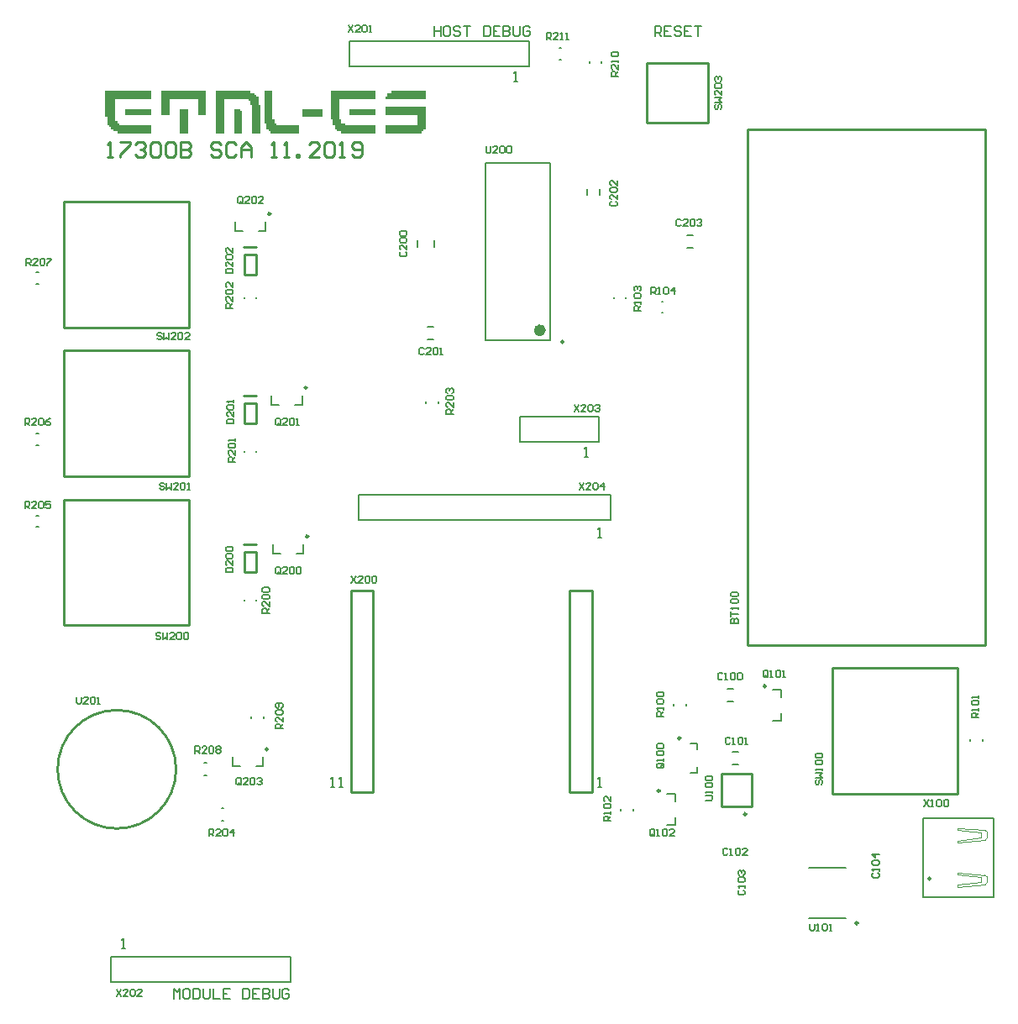
<source format=gbr>
%TF.GenerationSoftware,Altium Limited,Altium Designer,19.1.6 (110)*%
G04 Layer_Color=65535*
%FSLAX43Y43*%
%MOMM*%
%TF.FileFunction,Legend,Top*%
%TF.Part,Single*%
G01*
G75*
%TA.AperFunction,NonConductor*%
%ADD57C,0.250*%
%ADD58C,0.600*%
%ADD59C,0.254*%
%ADD60C,0.102*%
%ADD61C,0.200*%
%ADD62C,0.127*%
G36*
X20531Y92304D02*
Y92100D01*
Y91897D01*
Y91694D01*
Y91491D01*
Y91288D01*
Y91084D01*
Y90881D01*
Y90678D01*
Y90475D01*
Y90272D01*
Y90068D01*
X19719D01*
Y90272D01*
Y90475D01*
Y90678D01*
Y90881D01*
Y91084D01*
Y91288D01*
Y91491D01*
Y91694D01*
X16874D01*
Y91491D01*
Y91288D01*
Y91084D01*
Y90881D01*
Y90678D01*
Y90475D01*
Y90272D01*
Y90068D01*
X16061D01*
Y90272D01*
Y90475D01*
Y90678D01*
Y90881D01*
Y91084D01*
Y91288D01*
Y91491D01*
Y91694D01*
Y91897D01*
Y92100D01*
Y92304D01*
Y92507D01*
X20531D01*
Y92304D01*
D02*
G37*
G36*
X15045Y90475D02*
Y90272D01*
Y90068D01*
X12403D01*
Y90272D01*
Y90475D01*
Y90678D01*
X15045D01*
Y90475D01*
D02*
G37*
G36*
X25002Y92304D02*
X25408D01*
Y92100D01*
X25611D01*
Y91897D01*
X25815D01*
Y91694D01*
Y91491D01*
Y91288D01*
Y91084D01*
X26018D01*
Y90881D01*
Y90678D01*
Y90475D01*
Y90272D01*
Y90068D01*
Y89865D01*
Y89662D01*
Y89459D01*
Y89256D01*
Y89052D01*
Y88849D01*
Y88646D01*
Y88443D01*
Y88240D01*
X25205D01*
Y88443D01*
Y88646D01*
Y88849D01*
Y89052D01*
Y89256D01*
Y89459D01*
Y89662D01*
Y89865D01*
Y90068D01*
Y90272D01*
Y90475D01*
Y90678D01*
Y90881D01*
Y91084D01*
X25002D01*
Y91288D01*
Y91491D01*
X24799D01*
Y91694D01*
X22360D01*
Y91491D01*
Y91288D01*
Y91084D01*
Y90881D01*
Y90678D01*
Y90475D01*
Y90272D01*
Y90068D01*
Y89865D01*
Y89662D01*
Y89459D01*
Y89256D01*
Y89052D01*
Y88849D01*
Y88646D01*
Y88443D01*
Y88240D01*
X21547D01*
Y88443D01*
Y88646D01*
Y88849D01*
Y89052D01*
Y89256D01*
Y89459D01*
Y89662D01*
Y89865D01*
Y90068D01*
Y90272D01*
Y90475D01*
Y90678D01*
Y90881D01*
Y91084D01*
Y91288D01*
Y91491D01*
Y91694D01*
Y91897D01*
Y92100D01*
Y92304D01*
Y92507D01*
X25002D01*
Y92304D01*
D02*
G37*
G36*
X23986Y90475D02*
X24189D01*
Y90272D01*
Y90068D01*
Y89865D01*
Y89662D01*
Y89459D01*
Y89256D01*
Y89052D01*
Y88849D01*
Y88646D01*
Y88443D01*
Y88240D01*
X23376D01*
Y88443D01*
Y88646D01*
Y88849D01*
Y89052D01*
Y89256D01*
Y89459D01*
Y89662D01*
Y89865D01*
Y90068D01*
Y90272D01*
Y90475D01*
Y90678D01*
X23986D01*
Y90475D01*
D02*
G37*
G36*
X18703D02*
Y90272D01*
Y90068D01*
Y89865D01*
Y89662D01*
Y89459D01*
Y89256D01*
Y89052D01*
Y88849D01*
Y88646D01*
Y88443D01*
Y88240D01*
X17890D01*
Y88443D01*
Y88646D01*
Y88849D01*
Y89052D01*
Y89256D01*
Y89459D01*
Y89662D01*
Y89865D01*
Y90068D01*
Y90272D01*
Y90475D01*
Y90678D01*
X18703D01*
Y90475D01*
D02*
G37*
G36*
X15045Y92304D02*
Y92100D01*
Y91897D01*
Y91694D01*
X11387D01*
Y91491D01*
Y91288D01*
Y91084D01*
Y90881D01*
Y90678D01*
Y90475D01*
Y90272D01*
Y90068D01*
Y89865D01*
Y89662D01*
Y89459D01*
X11591D01*
Y89256D01*
X11794D01*
Y89052D01*
X15045D01*
Y88849D01*
Y88646D01*
Y88443D01*
Y88240D01*
X11591D01*
Y88443D01*
X11184D01*
Y88646D01*
X10981D01*
Y88849D01*
X10778D01*
Y89052D01*
X10575D01*
Y89256D01*
Y89459D01*
Y89662D01*
Y89865D01*
X10371D01*
Y90068D01*
Y90272D01*
Y90475D01*
Y90678D01*
Y90881D01*
Y91084D01*
Y91288D01*
Y91491D01*
Y91694D01*
Y91897D01*
Y92100D01*
Y92304D01*
Y92507D01*
X15045D01*
Y92304D01*
D02*
G37*
G36*
X42680D02*
Y92100D01*
Y91897D01*
Y91694D01*
X38616D01*
Y91897D01*
X38819D01*
Y92100D01*
Y92304D01*
X39226D01*
Y92507D01*
X42680D01*
Y92304D01*
D02*
G37*
G36*
X37600Y90475D02*
Y90272D01*
Y90068D01*
X34959D01*
Y90272D01*
Y90475D01*
Y90678D01*
X37600D01*
Y90475D01*
D02*
G37*
G36*
X32317D02*
Y90272D01*
Y90068D01*
Y89865D01*
X30285D01*
Y90068D01*
Y90272D01*
Y90475D01*
Y90678D01*
X32317D01*
Y90475D01*
D02*
G37*
G36*
X42680Y90678D02*
Y90475D01*
Y90272D01*
Y90068D01*
Y89865D01*
Y89662D01*
Y89459D01*
Y89256D01*
Y89052D01*
Y88849D01*
Y88646D01*
X42477D01*
Y88443D01*
X42274D01*
Y88240D01*
X38616D01*
Y88443D01*
Y88646D01*
Y88849D01*
Y89052D01*
X41867D01*
Y89256D01*
Y89459D01*
Y89662D01*
Y89865D01*
Y90068D01*
X38616D01*
Y90272D01*
Y90475D01*
Y90678D01*
Y90881D01*
X42680D01*
Y90678D01*
D02*
G37*
G36*
X37600Y92304D02*
Y92100D01*
Y91897D01*
Y91694D01*
X33943D01*
Y91491D01*
Y91288D01*
Y91084D01*
Y90881D01*
Y90678D01*
Y90475D01*
Y90272D01*
Y90068D01*
Y89865D01*
Y89662D01*
X34146D01*
Y89459D01*
Y89256D01*
X34552D01*
Y89052D01*
X37600D01*
Y88849D01*
Y88646D01*
Y88443D01*
Y88240D01*
X34146D01*
Y88443D01*
X33739D01*
Y88646D01*
X33536D01*
Y88849D01*
Y89052D01*
X33333D01*
Y89256D01*
Y89459D01*
Y89662D01*
X33130D01*
Y89865D01*
Y90068D01*
Y90272D01*
Y90475D01*
Y90678D01*
Y90881D01*
Y91084D01*
Y91288D01*
Y91491D01*
Y91694D01*
Y91897D01*
Y92100D01*
Y92304D01*
Y92507D01*
X37600D01*
Y92304D01*
D02*
G37*
G36*
X27237D02*
Y92100D01*
Y91897D01*
Y91694D01*
Y91491D01*
Y91288D01*
Y91084D01*
Y90881D01*
Y90678D01*
Y90475D01*
Y90272D01*
Y90068D01*
Y89865D01*
Y89662D01*
X27440D01*
Y89459D01*
Y89256D01*
X27643D01*
Y89052D01*
X29879D01*
Y88849D01*
Y88646D01*
Y88443D01*
Y88240D01*
X27034D01*
Y88443D01*
X26831D01*
Y88646D01*
X26627D01*
Y88849D01*
Y89052D01*
Y89256D01*
X26424D01*
Y89459D01*
Y89662D01*
Y89865D01*
Y90068D01*
Y90272D01*
Y90475D01*
Y90678D01*
Y90881D01*
Y91084D01*
Y91288D01*
Y91491D01*
Y91694D01*
Y91897D01*
Y92100D01*
Y92304D01*
Y92507D01*
X27237D01*
Y92304D01*
D02*
G37*
D57*
X56593Y67222D02*
G03*
X56593Y67222I-125J0D01*
G01*
X76976Y32507D02*
G03*
X76976Y32507I-125J0D01*
G01*
X68367Y27273D02*
G03*
X68367Y27273I-125J0D01*
G01*
X86260Y8634D02*
G03*
X86260Y8634I-125J0D01*
G01*
X26790Y26146D02*
G03*
X26790Y26146I-125J0D01*
G01*
X27044Y80121D02*
G03*
X27044Y80121I-125J0D01*
G01*
X30727Y62595D02*
G03*
X30727Y62595I-125J0D01*
G01*
X30854Y47609D02*
G03*
X30854Y47609I-125J0D01*
G01*
X66308Y21966D02*
G03*
X66308Y21966I-125J0D01*
G01*
D58*
X54493Y68377D02*
G03*
X54493Y68377I-300J0D01*
G01*
D59*
X17526Y24130D02*
G03*
X17526Y24130I-5969J0D01*
G01*
X75023Y19619D02*
G03*
X75023Y19619I-127J0D01*
G01*
X93596Y13120D02*
G03*
X93596Y13120I-120J0D01*
G01*
X57150Y42160D02*
X59436D01*
Y21840D02*
Y42160D01*
X58166Y21840D02*
X59436D01*
X57150D02*
Y42160D01*
Y21840D02*
X58166D01*
X35179Y42160D02*
X37338D01*
Y21840D02*
Y42160D01*
X35179Y21840D02*
X37338D01*
X35179D02*
Y42160D01*
X64972Y89329D02*
Y95329D01*
X71172D01*
Y89329D02*
Y95329D01*
X64972Y89329D02*
X71172D01*
X75531Y20381D02*
Y23683D01*
X72483D02*
X75531D01*
X72483Y20381D02*
X75531D01*
X72483D02*
Y23683D01*
X99122Y36611D02*
Y88611D01*
X75122D02*
X99122D01*
X75122Y36611D02*
X99122D01*
X75122D02*
Y88611D01*
X18825Y68675D02*
Y81325D01*
X6175D02*
X18825D01*
X6175Y68675D02*
Y81325D01*
Y68675D02*
X18825D01*
X25625Y44000D02*
Y46000D01*
X24365Y46778D02*
X25635D01*
X24375Y46000D02*
X25625D01*
X24375Y44000D02*
X25625D01*
X24375D02*
Y46000D01*
X6175Y53675D02*
X18825D01*
X6175D02*
Y66325D01*
X18825D01*
Y53675D02*
Y66325D01*
X6175Y38675D02*
X18825D01*
X6175D02*
Y51325D01*
X18825D01*
Y38675D02*
Y51325D01*
X83675Y21675D02*
Y34325D01*
X96325D01*
Y21675D02*
Y34325D01*
X83675Y21675D02*
X96325D01*
X24375Y74000D02*
Y76000D01*
Y74000D02*
X25625D01*
X24375Y76000D02*
X25625D01*
X24365Y76778D02*
X25635D01*
X25625Y74000D02*
Y76000D01*
X24375Y59000D02*
Y61000D01*
Y59000D02*
X25625D01*
X24375Y61000D02*
X25625D01*
X24365Y61778D02*
X25635D01*
X25625Y59000D02*
Y61000D01*
X10625Y85803D02*
X11133D01*
X10879D01*
Y87327D01*
X10625Y87073D01*
X11895Y87327D02*
X12911D01*
Y87073D01*
X11895Y86057D01*
Y85803D01*
X13419Y87073D02*
X13672Y87327D01*
X14180D01*
X14434Y87073D01*
Y86819D01*
X14180Y86565D01*
X13926D01*
X14180D01*
X14434Y86311D01*
Y86057D01*
X14180Y85803D01*
X13672D01*
X13419Y86057D01*
X14942Y87073D02*
X15196Y87327D01*
X15704D01*
X15958Y87073D01*
Y86057D01*
X15704Y85803D01*
X15196D01*
X14942Y86057D01*
Y87073D01*
X16466D02*
X16719Y87327D01*
X17227D01*
X17481Y87073D01*
Y86057D01*
X17227Y85803D01*
X16719D01*
X16466Y86057D01*
Y87073D01*
X17989Y87327D02*
Y85803D01*
X18751D01*
X19005Y86057D01*
Y86311D01*
X18751Y86565D01*
X17989D01*
X18751D01*
X19005Y86819D01*
Y87073D01*
X18751Y87327D01*
X17989D01*
X22052Y87073D02*
X21798Y87327D01*
X21290D01*
X21036Y87073D01*
Y86819D01*
X21290Y86565D01*
X21798D01*
X22052Y86311D01*
Y86057D01*
X21798Y85803D01*
X21290D01*
X21036Y86057D01*
X23575Y87073D02*
X23321Y87327D01*
X22814D01*
X22560Y87073D01*
Y86057D01*
X22814Y85803D01*
X23321D01*
X23575Y86057D01*
X24083Y85803D02*
Y86819D01*
X24591Y87327D01*
X25099Y86819D01*
Y85803D01*
Y86565D01*
X24083D01*
X27130Y85803D02*
X27638D01*
X27384D01*
Y87327D01*
X27130Y87073D01*
X28400Y85803D02*
X28908D01*
X28654D01*
Y87327D01*
X28400Y87073D01*
X29669Y85803D02*
Y86057D01*
X29923D01*
Y85803D01*
X29669D01*
X31955D02*
X30939D01*
X31955Y86819D01*
Y87073D01*
X31701Y87327D01*
X31193D01*
X30939Y87073D01*
X32462D02*
X32716Y87327D01*
X33224D01*
X33478Y87073D01*
Y86057D01*
X33224Y85803D01*
X32716D01*
X32462Y86057D01*
Y87073D01*
X33986Y85803D02*
X34494D01*
X34240D01*
Y87327D01*
X33986Y87073D01*
X35255Y86057D02*
X35509Y85803D01*
X36017D01*
X36271Y86057D01*
Y87073D01*
X36017Y87327D01*
X35509D01*
X35255Y87073D01*
Y86819D01*
X35509Y86565D01*
X36271D01*
D60*
X99314Y17784D02*
G03*
X99054Y17991I-282J-86D01*
G01*
X99314Y17213D02*
G03*
X99314Y17784I-931J286D01*
G01*
X99054Y17005D02*
G03*
X99314Y17213I-22J294D01*
G01*
X99314Y12696D02*
G03*
X99314Y13267I-931J286D01*
G01*
X99314Y13267D02*
G03*
X99054Y13475I-282J-86D01*
G01*
Y12489D02*
G03*
X99314Y12696I-22J294D01*
G01*
X98691Y17213D02*
Y17732D01*
X96303Y13735D02*
X99054Y13475D01*
X96303Y17991D02*
X98691Y17732D01*
X96303Y16953D02*
X98691Y17213D01*
X96303Y13527D02*
Y13735D01*
Y16745D02*
Y16953D01*
Y12281D02*
X99054Y12489D01*
X98691Y12748D02*
Y13267D01*
X96303Y13527D02*
X98691Y13267D01*
X96303Y12489D02*
X98691Y12748D01*
X96303Y18199D02*
X99054Y17991D01*
X96303D02*
Y18199D01*
Y16745D02*
X99054Y17005D01*
X96303Y12281D02*
Y12489D01*
D61*
X10960Y5270D02*
X29040D01*
Y2730D02*
Y5270D01*
X10960Y2730D02*
X29040D01*
X10960D02*
Y5270D01*
X35941Y49276D02*
X61341D01*
X35941D02*
Y51816D01*
X61341D01*
Y49276D02*
Y51816D01*
X60174Y57134D02*
Y59674D01*
X52174D02*
X60174D01*
X52174Y57134D02*
X60174D01*
X52174D02*
Y59674D01*
X43980Y61000D02*
Y61200D01*
X42730Y61000D02*
Y61200D01*
X55193Y67377D02*
Y85277D01*
X48693Y67377D02*
Y85277D01*
X55193D01*
X48693Y67377D02*
X55193D01*
X3456Y49724D02*
X3656D01*
X3456Y48574D02*
X3656D01*
X66498Y71289D02*
X66598D01*
X66498Y70189D02*
X66598D01*
X62830Y71578D02*
Y71678D01*
X61630Y71578D02*
Y71678D01*
X78551Y31407D02*
Y32157D01*
X77651D02*
X78551D01*
Y29057D02*
Y29807D01*
X77651Y29057D02*
X78551D01*
X70042Y26173D02*
Y26733D01*
X69336D02*
X70042D01*
Y23813D02*
Y24373D01*
X69336Y23813D02*
X70042D01*
X43522Y76739D02*
Y77439D01*
X41822Y76739D02*
Y77439D01*
X73106Y32248D02*
X73706D01*
X73106Y30998D02*
X73706D01*
X35029Y94996D02*
X53109D01*
X35029D02*
Y97536D01*
X53109D01*
Y94996D02*
Y97536D01*
X81335Y14234D02*
X85035D01*
X81335Y9134D02*
X85035D01*
X23215Y24446D02*
Y25346D01*
Y24446D02*
X23965D01*
X26315D02*
Y25346D01*
X25565Y24446D02*
X26315D01*
X23469Y78421D02*
Y79321D01*
Y78421D02*
X24219D01*
X26569D02*
Y79321D01*
X25819Y78421D02*
X26569D01*
X27152Y60895D02*
Y61795D01*
Y60895D02*
X27902D01*
X30252D02*
Y61795D01*
X29502Y60895D02*
X30252D01*
X27279Y45909D02*
Y46809D01*
Y45909D02*
X28029D01*
X30379D02*
Y46809D01*
X29629Y45909D02*
X30379D01*
X66983Y18516D02*
X67883D01*
Y19266D01*
X66983Y21616D02*
X67883D01*
Y20866D02*
Y21616D01*
X56161Y95691D02*
X56361D01*
X56161Y96841D02*
X56361D01*
X59242Y95277D02*
Y95477D01*
X60392Y95277D02*
Y95477D01*
X3456Y73085D02*
X3656D01*
X3456Y74235D02*
X3656D01*
X3456Y56829D02*
X3656D01*
X3456Y57979D02*
X3656D01*
X26340Y29278D02*
Y29478D01*
X25090Y29278D02*
Y29478D01*
X22125Y18933D02*
X22325D01*
X22125Y20183D02*
X22325D01*
X62367Y19966D02*
Y20166D01*
X63617Y19966D02*
Y20166D01*
X97546Y26951D02*
Y27151D01*
X98796Y26951D02*
Y27151D01*
X67701Y30507D02*
Y30707D01*
X68951Y30507D02*
Y30707D01*
X20375Y23521D02*
X20575D01*
X20375Y24771D02*
X20575D01*
X69042Y76718D02*
X69642D01*
X69042Y77968D02*
X69642D01*
X58938Y81996D02*
Y82596D01*
X60188Y81996D02*
Y82596D01*
X42880Y68697D02*
X43480D01*
X42880Y67447D02*
X43480D01*
X73614Y24648D02*
X74214D01*
X73614Y25898D02*
X74214D01*
X25619Y71578D02*
Y71678D01*
X24419Y71578D02*
Y71678D01*
X24419Y56084D02*
Y56184D01*
X25619Y56084D02*
Y56184D01*
X24419Y41156D02*
Y41256D01*
X25619Y41156D02*
Y41256D01*
X17272Y1016D02*
Y2016D01*
X17605Y1682D01*
X17938Y2016D01*
Y1016D01*
X18772Y2016D02*
X18438D01*
X18272Y1849D01*
Y1183D01*
X18438Y1016D01*
X18772D01*
X18938Y1183D01*
Y1849D01*
X18772Y2016D01*
X19271D02*
Y1016D01*
X19771D01*
X19938Y1183D01*
Y1849D01*
X19771Y2016D01*
X19271D01*
X20271D02*
Y1183D01*
X20438Y1016D01*
X20771D01*
X20937Y1183D01*
Y2016D01*
X21271D02*
Y1016D01*
X21937D01*
X22937Y2016D02*
X22270D01*
Y1016D01*
X22937D01*
X22270Y1516D02*
X22604D01*
X24270Y2016D02*
Y1016D01*
X24770D01*
X24936Y1183D01*
Y1849D01*
X24770Y2016D01*
X24270D01*
X25936D02*
X25269D01*
Y1016D01*
X25936D01*
X25269Y1516D02*
X25603D01*
X26269Y2016D02*
Y1016D01*
X26769D01*
X26936Y1183D01*
Y1349D01*
X26769Y1516D01*
X26269D01*
X26769D01*
X26936Y1682D01*
Y1849D01*
X26769Y2016D01*
X26269D01*
X27269D02*
Y1183D01*
X27435Y1016D01*
X27769D01*
X27935Y1183D01*
Y2016D01*
X28935Y1849D02*
X28768Y2016D01*
X28435D01*
X28268Y1849D01*
Y1183D01*
X28435Y1016D01*
X28768D01*
X28935Y1183D01*
Y1516D01*
X28602D01*
X12025Y6096D02*
X12358D01*
X12192D01*
Y7096D01*
X12025Y6929D01*
X60071Y47498D02*
X60404D01*
X60238D01*
Y48498D01*
X60071Y48331D01*
X51562Y93472D02*
X51895D01*
X51729D01*
Y94472D01*
X51562Y94305D01*
X33147Y22352D02*
X33480D01*
X33314D01*
Y23352D01*
X33147Y23185D01*
X33980Y22352D02*
X34313D01*
X34147D01*
Y23352D01*
X33980Y23185D01*
X60071Y22352D02*
X60404D01*
X60238D01*
Y23352D01*
X60071Y23185D01*
X58674Y55626D02*
X59007D01*
X58841D01*
Y56626D01*
X58674Y56459D01*
X43522Y99044D02*
Y98044D01*
Y98544D01*
X44188D01*
Y99044D01*
Y98044D01*
X45022Y99044D02*
X44688D01*
X44522Y98877D01*
Y98211D01*
X44688Y98044D01*
X45022D01*
X45188Y98211D01*
Y98877D01*
X45022Y99044D01*
X46188Y98877D02*
X46021Y99044D01*
X45688D01*
X45521Y98877D01*
Y98710D01*
X45688Y98544D01*
X46021D01*
X46188Y98377D01*
Y98211D01*
X46021Y98044D01*
X45688D01*
X45521Y98211D01*
X46521Y99044D02*
X47187D01*
X46854D01*
Y98044D01*
X48520Y99044D02*
Y98044D01*
X49020D01*
X49187Y98211D01*
Y98877D01*
X49020Y99044D01*
X48520D01*
X50187D02*
X49520D01*
Y98044D01*
X50187D01*
X49520Y98544D02*
X49853D01*
X50520Y99044D02*
Y98044D01*
X51020D01*
X51186Y98211D01*
Y98377D01*
X51020Y98544D01*
X50520D01*
X51020D01*
X51186Y98710D01*
Y98877D01*
X51020Y99044D01*
X50520D01*
X51519D02*
Y98211D01*
X51686Y98044D01*
X52019D01*
X52186Y98211D01*
Y99044D01*
X53186Y98877D02*
X53019Y99044D01*
X52686D01*
X52519Y98877D01*
Y98211D01*
X52686Y98044D01*
X53019D01*
X53186Y98211D01*
Y98544D01*
X52852D01*
X65786Y98044D02*
Y99044D01*
X66286D01*
X66452Y98877D01*
Y98544D01*
X66286Y98377D01*
X65786D01*
X66119D02*
X66452Y98044D01*
X67452Y99044D02*
X66786D01*
Y98044D01*
X67452D01*
X66786Y98544D02*
X67119D01*
X68452Y98877D02*
X68285Y99044D01*
X67952D01*
X67785Y98877D01*
Y98710D01*
X67952Y98544D01*
X68285D01*
X68452Y98377D01*
Y98211D01*
X68285Y98044D01*
X67952D01*
X67785Y98211D01*
X69451Y99044D02*
X68785D01*
Y98044D01*
X69451D01*
X68785Y98544D02*
X69118D01*
X69785Y99044D02*
X70451D01*
X70118D01*
Y98044D01*
D62*
X99926Y11240D02*
Y19240D01*
X92826D02*
X99926D01*
X92826Y11240D02*
X99926D01*
X92826D02*
Y19240D01*
X11517Y1970D02*
X11984Y1270D01*
Y1970D02*
X11517Y1270D01*
X12683D02*
X12217D01*
X12683Y1737D01*
Y1853D01*
X12567Y1970D01*
X12333D01*
X12217Y1853D01*
X12917D02*
X13033Y1970D01*
X13266D01*
X13383Y1853D01*
Y1387D01*
X13266Y1270D01*
X13033D01*
X12917Y1387D01*
Y1853D01*
X14083Y1270D02*
X13616D01*
X14083Y1737D01*
Y1853D01*
X13966Y1970D01*
X13733D01*
X13616Y1853D01*
X58166Y53024D02*
X58633Y52324D01*
Y53024D02*
X58166Y52324D01*
X59332D02*
X58866D01*
X59332Y52791D01*
Y52907D01*
X59216Y53024D01*
X58982D01*
X58866Y52907D01*
X59566D02*
X59682Y53024D01*
X59915D01*
X60032Y52907D01*
Y52441D01*
X59915Y52324D01*
X59682D01*
X59566Y52441D01*
Y52907D01*
X60615Y52324D02*
Y53024D01*
X60265Y52674D01*
X60732D01*
X57658Y60898D02*
X58125Y60198D01*
Y60898D02*
X57658Y60198D01*
X58824D02*
X58358D01*
X58824Y60665D01*
Y60781D01*
X58708Y60898D01*
X58474D01*
X58358Y60781D01*
X59058D02*
X59174Y60898D01*
X59407D01*
X59524Y60781D01*
Y60315D01*
X59407Y60198D01*
X59174D01*
X59058Y60315D01*
Y60781D01*
X59757D02*
X59874Y60898D01*
X60107D01*
X60224Y60781D01*
Y60665D01*
X60107Y60548D01*
X59991D01*
X60107D01*
X60224Y60431D01*
Y60315D01*
X60107Y60198D01*
X59874D01*
X59757Y60315D01*
X45466Y59944D02*
X44766D01*
Y60294D01*
X44883Y60411D01*
X45116D01*
X45233Y60294D01*
Y59944D01*
Y60177D02*
X45466Y60411D01*
Y61110D02*
Y60644D01*
X44999Y61110D01*
X44883D01*
X44766Y60994D01*
Y60760D01*
X44883Y60644D01*
Y61344D02*
X44766Y61460D01*
Y61693D01*
X44883Y61810D01*
X45349D01*
X45466Y61693D01*
Y61460D01*
X45349Y61344D01*
X44883D01*
Y62043D02*
X44766Y62160D01*
Y62393D01*
X44883Y62510D01*
X44999D01*
X45116Y62393D01*
Y62277D01*
Y62393D01*
X45233Y62510D01*
X45349D01*
X45466Y62393D01*
Y62160D01*
X45349Y62043D01*
X35179Y43626D02*
X35646Y42926D01*
Y43626D02*
X35179Y42926D01*
X36345D02*
X35879D01*
X36345Y43393D01*
Y43509D01*
X36229Y43626D01*
X35995D01*
X35879Y43509D01*
X36579D02*
X36695Y43626D01*
X36928D01*
X37045Y43509D01*
Y43043D01*
X36928Y42926D01*
X36695D01*
X36579Y43043D01*
Y43509D01*
X37278D02*
X37395Y43626D01*
X37628D01*
X37745Y43509D01*
Y43043D01*
X37628Y42926D01*
X37395D01*
X37278Y43043D01*
Y43509D01*
X48768Y86933D02*
Y86350D01*
X48885Y86233D01*
X49118D01*
X49235Y86350D01*
Y86933D01*
X49934Y86233D02*
X49468D01*
X49934Y86700D01*
Y86816D01*
X49818Y86933D01*
X49584D01*
X49468Y86816D01*
X50168D02*
X50284Y86933D01*
X50517D01*
X50634Y86816D01*
Y86350D01*
X50517Y86233D01*
X50284D01*
X50168Y86350D01*
Y86816D01*
X50867D02*
X50984Y86933D01*
X51217D01*
X51334Y86816D01*
Y86350D01*
X51217Y86233D01*
X50984D01*
X50867Y86350D01*
Y86816D01*
X71934Y91145D02*
X71817Y91028D01*
Y90795D01*
X71934Y90678D01*
X72050D01*
X72167Y90795D01*
Y91028D01*
X72284Y91145D01*
X72400D01*
X72517Y91028D01*
Y90795D01*
X72400Y90678D01*
X71817Y91378D02*
X72517D01*
X72284Y91611D01*
X72517Y91844D01*
X71817D01*
X72517Y92544D02*
Y92078D01*
X72050Y92544D01*
X71934D01*
X71817Y92427D01*
Y92194D01*
X71934Y92078D01*
Y92777D02*
X71817Y92894D01*
Y93127D01*
X71934Y93244D01*
X72400D01*
X72517Y93127D01*
Y92894D01*
X72400Y92777D01*
X71934D01*
Y93477D02*
X71817Y93594D01*
Y93827D01*
X71934Y93944D01*
X72050D01*
X72167Y93827D01*
Y93710D01*
Y93827D01*
X72284Y93944D01*
X72400D01*
X72517Y93827D01*
Y93594D01*
X72400Y93477D01*
X7493Y31434D02*
Y30851D01*
X7610Y30734D01*
X7843D01*
X7960Y30851D01*
Y31434D01*
X8659Y30734D02*
X8193D01*
X8659Y31201D01*
Y31317D01*
X8543Y31434D01*
X8309D01*
X8193Y31317D01*
X8893D02*
X9009Y31434D01*
X9242D01*
X9359Y31317D01*
Y30851D01*
X9242Y30734D01*
X9009D01*
X8893Y30851D01*
Y31317D01*
X9592Y30734D02*
X9826D01*
X9709D01*
Y31434D01*
X9592Y31317D01*
X2286Y50419D02*
Y51119D01*
X2636D01*
X2753Y51002D01*
Y50769D01*
X2636Y50652D01*
X2286D01*
X2519D02*
X2753Y50419D01*
X3452D02*
X2986D01*
X3452Y50886D01*
Y51002D01*
X3336Y51119D01*
X3102D01*
X2986Y51002D01*
X3686D02*
X3802Y51119D01*
X4035D01*
X4152Y51002D01*
Y50536D01*
X4035Y50419D01*
X3802D01*
X3686Y50536D01*
Y51002D01*
X4852Y51119D02*
X4385D01*
Y50769D01*
X4619Y50886D01*
X4735D01*
X4852Y50769D01*
Y50536D01*
X4735Y50419D01*
X4502D01*
X4385Y50536D01*
X65405Y72009D02*
Y72709D01*
X65755D01*
X65872Y72592D01*
Y72359D01*
X65755Y72242D01*
X65405D01*
X65638D02*
X65872Y72009D01*
X66105D02*
X66338D01*
X66221D01*
Y72709D01*
X66105Y72592D01*
X66688D02*
X66805Y72709D01*
X67038D01*
X67154Y72592D01*
Y72126D01*
X67038Y72009D01*
X66805D01*
X66688Y72126D01*
Y72592D01*
X67738Y72009D02*
Y72709D01*
X67388Y72359D01*
X67854D01*
X64389Y70358D02*
X63689D01*
Y70708D01*
X63806Y70825D01*
X64039D01*
X64156Y70708D01*
Y70358D01*
Y70591D02*
X64389Y70825D01*
Y71058D02*
Y71291D01*
Y71174D01*
X63689D01*
X63806Y71058D01*
Y71641D02*
X63689Y71758D01*
Y71991D01*
X63806Y72107D01*
X64272D01*
X64389Y71991D01*
Y71758D01*
X64272Y71641D01*
X63806D01*
Y72341D02*
X63689Y72457D01*
Y72691D01*
X63806Y72807D01*
X63922D01*
X64039Y72691D01*
Y72574D01*
Y72691D01*
X64156Y72807D01*
X64272D01*
X64389Y72691D01*
Y72457D01*
X64272Y72341D01*
X77175Y33518D02*
Y33984D01*
X77058Y34101D01*
X76825D01*
X76708Y33984D01*
Y33518D01*
X76825Y33401D01*
X77058D01*
X76941Y33634D02*
X77175Y33401D01*
X77058D02*
X77175Y33518D01*
X77408Y33401D02*
X77641D01*
X77524D01*
Y34101D01*
X77408Y33984D01*
X77991D02*
X78108Y34101D01*
X78341D01*
X78457Y33984D01*
Y33518D01*
X78341Y33401D01*
X78108D01*
X77991Y33518D01*
Y33984D01*
X78691Y33401D02*
X78924D01*
X78807D01*
Y34101D01*
X78691Y33984D01*
X66558Y24724D02*
X66092D01*
X65975Y24607D01*
Y24374D01*
X66092Y24257D01*
X66558D01*
X66675Y24374D01*
Y24607D01*
X66442Y24490D02*
X66675Y24724D01*
Y24607D02*
X66558Y24724D01*
X66675Y24957D02*
Y25190D01*
Y25073D01*
X65975D01*
X66092Y24957D01*
Y25540D02*
X65975Y25657D01*
Y25890D01*
X66092Y26006D01*
X66558D01*
X66675Y25890D01*
Y25657D01*
X66558Y25540D01*
X66092D01*
Y26240D02*
X65975Y26356D01*
Y26590D01*
X66092Y26706D01*
X66558D01*
X66675Y26590D01*
Y26356D01*
X66558Y26240D01*
X66092D01*
X70894Y21016D02*
X71477D01*
X71594Y21133D01*
Y21366D01*
X71477Y21483D01*
X70894D01*
X71594Y21716D02*
Y21949D01*
Y21832D01*
X70894D01*
X71011Y21716D01*
Y22299D02*
X70894Y22416D01*
Y22649D01*
X71011Y22765D01*
X71477D01*
X71594Y22649D01*
Y22416D01*
X71477Y22299D01*
X71011D01*
Y22999D02*
X70894Y23115D01*
Y23349D01*
X71011Y23465D01*
X71477D01*
X71594Y23349D01*
Y23115D01*
X71477Y22999D01*
X71011D01*
X40184Y76286D02*
X40067Y76169D01*
Y75936D01*
X40184Y75819D01*
X40650D01*
X40767Y75936D01*
Y76169D01*
X40650Y76286D01*
X40767Y76985D02*
Y76519D01*
X40300Y76985D01*
X40184D01*
X40067Y76869D01*
Y76635D01*
X40184Y76519D01*
Y77219D02*
X40067Y77335D01*
Y77568D01*
X40184Y77685D01*
X40650D01*
X40767Y77568D01*
Y77335D01*
X40650Y77219D01*
X40184D01*
Y77918D02*
X40067Y78035D01*
Y78268D01*
X40184Y78385D01*
X40650D01*
X40767Y78268D01*
Y78035D01*
X40650Y77918D01*
X40184D01*
X74281Y11953D02*
X74164Y11836D01*
Y11603D01*
X74281Y11486D01*
X74747D01*
X74864Y11603D01*
Y11836D01*
X74747Y11953D01*
X74864Y12186D02*
Y12419D01*
Y12302D01*
X74164D01*
X74281Y12186D01*
Y12769D02*
X74164Y12886D01*
Y13119D01*
X74281Y13235D01*
X74747D01*
X74864Y13119D01*
Y12886D01*
X74747Y12769D01*
X74281D01*
Y13469D02*
X74164Y13585D01*
Y13819D01*
X74281Y13935D01*
X74397D01*
X74514Y13819D01*
Y13702D01*
Y13819D01*
X74631Y13935D01*
X74747D01*
X74864Y13819D01*
Y13585D01*
X74747Y13469D01*
X73111Y16077D02*
X72994Y16194D01*
X72761D01*
X72644Y16077D01*
Y15611D01*
X72761Y15494D01*
X72994D01*
X73111Y15611D01*
X73344Y15494D02*
X73577D01*
X73460D01*
Y16194D01*
X73344Y16077D01*
X73927D02*
X74044Y16194D01*
X74277D01*
X74393Y16077D01*
Y15611D01*
X74277Y15494D01*
X74044D01*
X73927Y15611D01*
Y16077D01*
X75093Y15494D02*
X74627D01*
X75093Y15961D01*
Y16077D01*
X74977Y16194D01*
X74743D01*
X74627Y16077D01*
X72603Y33730D02*
X72486Y33847D01*
X72253D01*
X72136Y33730D01*
Y33264D01*
X72253Y33147D01*
X72486D01*
X72603Y33264D01*
X72836Y33147D02*
X73069D01*
X72952D01*
Y33847D01*
X72836Y33730D01*
X73419D02*
X73536Y33847D01*
X73769D01*
X73885Y33730D01*
Y33264D01*
X73769Y33147D01*
X73536D01*
X73419Y33264D01*
Y33730D01*
X74119D02*
X74235Y33847D01*
X74469D01*
X74585Y33730D01*
Y33264D01*
X74469Y33147D01*
X74235D01*
X74119Y33264D01*
Y33730D01*
X73468Y38862D02*
X74168D01*
Y39212D01*
X74051Y39329D01*
X73935D01*
X73818Y39212D01*
Y38862D01*
Y39212D01*
X73701Y39329D01*
X73585D01*
X73468Y39212D01*
Y38862D01*
Y39562D02*
Y40028D01*
Y39795D01*
X74168D01*
Y40262D02*
Y40495D01*
Y40378D01*
X73468D01*
X73585Y40262D01*
Y40845D02*
X73468Y40961D01*
Y41195D01*
X73585Y41311D01*
X74051D01*
X74168Y41195D01*
Y40961D01*
X74051Y40845D01*
X73585D01*
Y41544D02*
X73468Y41661D01*
Y41894D01*
X73585Y42011D01*
X74051D01*
X74168Y41894D01*
Y41661D01*
X74051Y41544D01*
X73585D01*
X34900Y99125D02*
X35366Y98425D01*
Y99125D02*
X34900Y98425D01*
X36066D02*
X35599D01*
X36066Y98892D01*
Y99008D01*
X35949Y99125D01*
X35716D01*
X35599Y99008D01*
X36299D02*
X36416Y99125D01*
X36649D01*
X36766Y99008D01*
Y98542D01*
X36649Y98425D01*
X36416D01*
X36299Y98542D01*
Y99008D01*
X36999Y98425D02*
X37232D01*
X37116D01*
Y99125D01*
X36999Y99008D01*
X81407Y8574D02*
Y7991D01*
X81524Y7874D01*
X81757D01*
X81874Y7991D01*
Y8574D01*
X82107Y7874D02*
X82340D01*
X82223D01*
Y8574D01*
X82107Y8457D01*
X82690D02*
X82807Y8574D01*
X83040D01*
X83156Y8457D01*
Y7991D01*
X83040Y7874D01*
X82807D01*
X82690Y7991D01*
Y8457D01*
X83390Y7874D02*
X83623D01*
X83506D01*
Y8574D01*
X83390Y8457D01*
X92921Y21060D02*
X93388Y20360D01*
Y21060D02*
X92921Y20360D01*
X93621D02*
X93854D01*
X93737D01*
Y21060D01*
X93621Y20943D01*
X94204D02*
X94321Y21060D01*
X94554D01*
X94670Y20943D01*
Y20477D01*
X94554Y20360D01*
X94321D01*
X94204Y20477D01*
Y20943D01*
X94904D02*
X95020Y21060D01*
X95254D01*
X95370Y20943D01*
Y20477D01*
X95254Y20360D01*
X95020D01*
X94904Y20477D01*
Y20943D01*
X16088Y68020D02*
X15971Y68137D01*
X15738D01*
X15621Y68020D01*
Y67904D01*
X15738Y67787D01*
X15971D01*
X16088Y67670D01*
Y67554D01*
X15971Y67437D01*
X15738D01*
X15621Y67554D01*
X16321Y68137D02*
Y67437D01*
X16554Y67670D01*
X16787Y67437D01*
Y68137D01*
X17487Y67437D02*
X17021D01*
X17487Y67904D01*
Y68020D01*
X17370Y68137D01*
X17137D01*
X17021Y68020D01*
X17720D02*
X17837Y68137D01*
X18070D01*
X18187Y68020D01*
Y67554D01*
X18070Y67437D01*
X17837D01*
X17720Y67554D01*
Y68020D01*
X18887Y67437D02*
X18420D01*
X18887Y67904D01*
Y68020D01*
X18770Y68137D01*
X18537D01*
X18420Y68020D01*
X22522Y43992D02*
X23222D01*
Y44342D01*
X23105Y44458D01*
X22639D01*
X22522Y44342D01*
Y43992D01*
X23222Y45158D02*
Y44692D01*
X22755Y45158D01*
X22639D01*
X22522Y45042D01*
Y44808D01*
X22639Y44692D01*
Y45392D02*
X22522Y45508D01*
Y45741D01*
X22639Y45858D01*
X23105D01*
X23222Y45741D01*
Y45508D01*
X23105Y45392D01*
X22639D01*
Y46091D02*
X22522Y46208D01*
Y46441D01*
X22639Y46558D01*
X23105D01*
X23222Y46441D01*
Y46208D01*
X23105Y46091D01*
X22639D01*
X19459Y25756D02*
Y26456D01*
X19809D01*
X19926Y26340D01*
Y26106D01*
X19809Y25990D01*
X19459D01*
X19692D02*
X19926Y25756D01*
X20625D02*
X20159D01*
X20625Y26223D01*
Y26340D01*
X20509Y26456D01*
X20275D01*
X20159Y26340D01*
X20859D02*
X20975Y26456D01*
X21208D01*
X21325Y26340D01*
Y25873D01*
X21208Y25756D01*
X20975D01*
X20859Y25873D01*
Y26340D01*
X21558D02*
X21675Y26456D01*
X21908D01*
X22025Y26340D01*
Y26223D01*
X21908Y26106D01*
X22025Y25990D01*
Y25873D01*
X21908Y25756D01*
X21675D01*
X21558Y25873D01*
Y25990D01*
X21675Y26106D01*
X21558Y26223D01*
Y26340D01*
X21675Y26106D02*
X21908D01*
X82094Y23073D02*
X81977Y22956D01*
Y22723D01*
X82094Y22606D01*
X82210D01*
X82327Y22723D01*
Y22956D01*
X82444Y23073D01*
X82560D01*
X82677Y22956D01*
Y22723D01*
X82560Y22606D01*
X81977Y23306D02*
X82677D01*
X82444Y23539D01*
X82677Y23772D01*
X81977D01*
X82677Y24006D02*
Y24239D01*
Y24122D01*
X81977D01*
X82094Y24006D01*
Y24589D02*
X81977Y24705D01*
Y24939D01*
X82094Y25055D01*
X82560D01*
X82677Y24939D01*
Y24705D01*
X82560Y24589D01*
X82094D01*
Y25288D02*
X81977Y25405D01*
Y25638D01*
X82094Y25755D01*
X82560D01*
X82677Y25638D01*
Y25405D01*
X82560Y25288D01*
X82094D01*
X73365Y27253D02*
X73248Y27370D01*
X73015D01*
X72898Y27253D01*
Y26787D01*
X73015Y26670D01*
X73248D01*
X73365Y26787D01*
X73598Y26670D02*
X73831D01*
X73714D01*
Y27370D01*
X73598Y27253D01*
X74181D02*
X74298Y27370D01*
X74531D01*
X74647Y27253D01*
Y26787D01*
X74531Y26670D01*
X74298D01*
X74181Y26787D01*
Y27253D01*
X74881Y26670D02*
X75114D01*
X74997D01*
Y27370D01*
X74881Y27253D01*
X87809Y13675D02*
X87692Y13558D01*
Y13325D01*
X87809Y13208D01*
X88275D01*
X88392Y13325D01*
Y13558D01*
X88275Y13675D01*
X88392Y13908D02*
Y14141D01*
Y14024D01*
X87692D01*
X87809Y13908D01*
Y14491D02*
X87692Y14608D01*
Y14841D01*
X87809Y14957D01*
X88275D01*
X88392Y14841D01*
Y14608D01*
X88275Y14491D01*
X87809D01*
X88392Y15541D02*
X87692D01*
X88042Y15191D01*
Y15657D01*
X42504Y66496D02*
X42387Y66613D01*
X42154D01*
X42037Y66496D01*
Y66030D01*
X42154Y65913D01*
X42387D01*
X42504Y66030D01*
X43203Y65913D02*
X42737D01*
X43203Y66380D01*
Y66496D01*
X43087Y66613D01*
X42853D01*
X42737Y66496D01*
X43437D02*
X43553Y66613D01*
X43786D01*
X43903Y66496D01*
Y66030D01*
X43786Y65913D01*
X43553D01*
X43437Y66030D01*
Y66496D01*
X44136Y65913D02*
X44370D01*
X44253D01*
Y66613D01*
X44136Y66496D01*
X61393Y81366D02*
X61276Y81249D01*
Y81016D01*
X61393Y80899D01*
X61859D01*
X61976Y81016D01*
Y81249D01*
X61859Y81366D01*
X61976Y82065D02*
Y81599D01*
X61509Y82065D01*
X61393D01*
X61276Y81949D01*
Y81715D01*
X61393Y81599D01*
Y82299D02*
X61276Y82415D01*
Y82648D01*
X61393Y82765D01*
X61859D01*
X61976Y82648D01*
Y82415D01*
X61859Y82299D01*
X61393D01*
X61976Y83465D02*
Y82998D01*
X61509Y83465D01*
X61393D01*
X61276Y83348D01*
Y83115D01*
X61393Y82998D01*
X68412Y79450D02*
X68295Y79567D01*
X68062D01*
X67945Y79450D01*
Y78984D01*
X68062Y78867D01*
X68295D01*
X68412Y78984D01*
X69111Y78867D02*
X68645D01*
X69111Y79334D01*
Y79450D01*
X68995Y79567D01*
X68761D01*
X68645Y79450D01*
X69345D02*
X69461Y79567D01*
X69694D01*
X69811Y79450D01*
Y78984D01*
X69694Y78867D01*
X69461D01*
X69345Y78984D01*
Y79450D01*
X70044D02*
X70161Y79567D01*
X70394D01*
X70511Y79450D01*
Y79334D01*
X70394Y79217D01*
X70278D01*
X70394D01*
X70511Y79100D01*
Y78984D01*
X70394Y78867D01*
X70161D01*
X70044Y78984D01*
X22649Y58992D02*
X23349D01*
Y59342D01*
X23232Y59458D01*
X22766D01*
X22649Y59342D01*
Y58992D01*
X23349Y60158D02*
Y59692D01*
X22882Y60158D01*
X22766D01*
X22649Y60042D01*
Y59808D01*
X22766Y59692D01*
Y60392D02*
X22649Y60508D01*
Y60741D01*
X22766Y60858D01*
X23232D01*
X23349Y60741D01*
Y60508D01*
X23232Y60392D01*
X22766D01*
X23349Y61091D02*
Y61325D01*
Y61208D01*
X22649D01*
X22766Y61091D01*
X22522Y74119D02*
X23222D01*
Y74469D01*
X23105Y74586D01*
X22639D01*
X22522Y74469D01*
Y74119D01*
X23222Y75285D02*
Y74819D01*
X22755Y75285D01*
X22639D01*
X22522Y75169D01*
Y74935D01*
X22639Y74819D01*
Y75519D02*
X22522Y75635D01*
Y75868D01*
X22639Y75985D01*
X23105D01*
X23222Y75868D01*
Y75635D01*
X23105Y75519D01*
X22639D01*
X23222Y76685D02*
Y76218D01*
X22755Y76685D01*
X22639D01*
X22522Y76568D01*
Y76335D01*
X22639Y76218D01*
X65745Y17516D02*
Y17982D01*
X65628Y18099D01*
X65395D01*
X65278Y17982D01*
Y17516D01*
X65395Y17399D01*
X65628D01*
X65511Y17632D02*
X65745Y17399D01*
X65628D02*
X65745Y17516D01*
X65978Y17399D02*
X66211D01*
X66094D01*
Y18099D01*
X65978Y17982D01*
X66561D02*
X66678Y18099D01*
X66911D01*
X67027Y17982D01*
Y17516D01*
X66911Y17399D01*
X66678D01*
X66561Y17516D01*
Y17982D01*
X67727Y17399D02*
X67261D01*
X67727Y17866D01*
Y17982D01*
X67611Y18099D01*
X67377D01*
X67261Y17982D01*
X28026Y43932D02*
Y44398D01*
X27909Y44515D01*
X27676D01*
X27559Y44398D01*
Y43932D01*
X27676Y43815D01*
X27909D01*
X27792Y44048D02*
X28026Y43815D01*
X27909D02*
X28026Y43932D01*
X28725Y43815D02*
X28259D01*
X28725Y44282D01*
Y44398D01*
X28609Y44515D01*
X28375D01*
X28259Y44398D01*
X28959D02*
X29075Y44515D01*
X29308D01*
X29425Y44398D01*
Y43932D01*
X29308Y43815D01*
X29075D01*
X28959Y43932D01*
Y44398D01*
X29658D02*
X29775Y44515D01*
X30008D01*
X30125Y44398D01*
Y43932D01*
X30008Y43815D01*
X29775D01*
X29658Y43932D01*
Y44398D01*
X28026Y58918D02*
Y59384D01*
X27909Y59501D01*
X27676D01*
X27559Y59384D01*
Y58918D01*
X27676Y58801D01*
X27909D01*
X27792Y59034D02*
X28026Y58801D01*
X27909D02*
X28026Y58918D01*
X28725Y58801D02*
X28259D01*
X28725Y59268D01*
Y59384D01*
X28609Y59501D01*
X28375D01*
X28259Y59384D01*
X28959D02*
X29075Y59501D01*
X29308D01*
X29425Y59384D01*
Y58918D01*
X29308Y58801D01*
X29075D01*
X28959Y58918D01*
Y59384D01*
X29658Y58801D02*
X29892D01*
X29775D01*
Y59501D01*
X29658Y59384D01*
X24216Y81270D02*
Y81736D01*
X24099Y81853D01*
X23866D01*
X23749Y81736D01*
Y81270D01*
X23866Y81153D01*
X24099D01*
X23982Y81386D02*
X24216Y81153D01*
X24099D02*
X24216Y81270D01*
X24915Y81153D02*
X24449D01*
X24915Y81620D01*
Y81736D01*
X24799Y81853D01*
X24565D01*
X24449Y81736D01*
X25149D02*
X25265Y81853D01*
X25498D01*
X25615Y81736D01*
Y81270D01*
X25498Y81153D01*
X25265D01*
X25149Y81270D01*
Y81736D01*
X26315Y81153D02*
X25848D01*
X26315Y81620D01*
Y81736D01*
X26198Y81853D01*
X25965D01*
X25848Y81736D01*
X24068Y22683D02*
Y23149D01*
X23952Y23266D01*
X23718D01*
X23602Y23149D01*
Y22683D01*
X23718Y22566D01*
X23952D01*
X23835Y22799D02*
X24068Y22566D01*
X23952D02*
X24068Y22683D01*
X24768Y22566D02*
X24302D01*
X24768Y23033D01*
Y23149D01*
X24651Y23266D01*
X24418D01*
X24302Y23149D01*
X25001D02*
X25118Y23266D01*
X25351D01*
X25468Y23149D01*
Y22683D01*
X25351Y22566D01*
X25118D01*
X25001Y22683D01*
Y23149D01*
X25701D02*
X25818Y23266D01*
X26051D01*
X26168Y23149D01*
Y23033D01*
X26051Y22916D01*
X25934D01*
X26051D01*
X26168Y22799D01*
Y22683D01*
X26051Y22566D01*
X25818D01*
X25701Y22683D01*
X66675Y29464D02*
X65975D01*
Y29814D01*
X66092Y29931D01*
X66325D01*
X66442Y29814D01*
Y29464D01*
Y29697D02*
X66675Y29931D01*
Y30164D02*
Y30397D01*
Y30280D01*
X65975D01*
X66092Y30164D01*
Y30747D02*
X65975Y30864D01*
Y31097D01*
X66092Y31213D01*
X66558D01*
X66675Y31097D01*
Y30864D01*
X66558Y30747D01*
X66092D01*
Y31447D02*
X65975Y31563D01*
Y31797D01*
X66092Y31913D01*
X66558D01*
X66675Y31797D01*
Y31563D01*
X66558Y31447D01*
X66092D01*
X98425Y29337D02*
X97725D01*
Y29687D01*
X97842Y29804D01*
X98075D01*
X98192Y29687D01*
Y29337D01*
Y29570D02*
X98425Y29804D01*
Y30037D02*
Y30270D01*
Y30153D01*
X97725D01*
X97842Y30037D01*
Y30620D02*
X97725Y30737D01*
Y30970D01*
X97842Y31086D01*
X98308D01*
X98425Y30970D01*
Y30737D01*
X98308Y30620D01*
X97842D01*
X98425Y31320D02*
Y31553D01*
Y31436D01*
X97725D01*
X97842Y31320D01*
X61341Y18923D02*
X60641D01*
Y19273D01*
X60758Y19390D01*
X60991D01*
X61108Y19273D01*
Y18923D01*
Y19156D02*
X61341Y19390D01*
Y19623D02*
Y19856D01*
Y19739D01*
X60641D01*
X60758Y19623D01*
Y20206D02*
X60641Y20323D01*
Y20556D01*
X60758Y20672D01*
X61224D01*
X61341Y20556D01*
Y20323D01*
X61224Y20206D01*
X60758D01*
X61341Y21372D02*
Y20906D01*
X60874Y21372D01*
X60758D01*
X60641Y21256D01*
Y21022D01*
X60758Y20906D01*
X26924Y39878D02*
X26224D01*
Y40228D01*
X26341Y40345D01*
X26574D01*
X26691Y40228D01*
Y39878D01*
Y40111D02*
X26924Y40345D01*
Y41044D02*
Y40578D01*
X26457Y41044D01*
X26341D01*
X26224Y40928D01*
Y40694D01*
X26341Y40578D01*
Y41278D02*
X26224Y41394D01*
Y41627D01*
X26341Y41744D01*
X26807D01*
X26924Y41627D01*
Y41394D01*
X26807Y41278D01*
X26341D01*
Y41977D02*
X26224Y42094D01*
Y42327D01*
X26341Y42444D01*
X26807D01*
X26924Y42327D01*
Y42094D01*
X26807Y41977D01*
X26341D01*
X23495Y55118D02*
X22795D01*
Y55468D01*
X22912Y55585D01*
X23145D01*
X23262Y55468D01*
Y55118D01*
Y55351D02*
X23495Y55585D01*
Y56284D02*
Y55818D01*
X23028Y56284D01*
X22912D01*
X22795Y56168D01*
Y55934D01*
X22912Y55818D01*
Y56518D02*
X22795Y56634D01*
Y56867D01*
X22912Y56984D01*
X23378D01*
X23495Y56867D01*
Y56634D01*
X23378Y56518D01*
X22912D01*
X23495Y57217D02*
Y57451D01*
Y57334D01*
X22795D01*
X22912Y57217D01*
X23241Y70612D02*
X22541D01*
Y70962D01*
X22658Y71079D01*
X22891D01*
X23008Y70962D01*
Y70612D01*
Y70845D02*
X23241Y71079D01*
Y71778D02*
Y71312D01*
X22774Y71778D01*
X22658D01*
X22541Y71662D01*
Y71428D01*
X22658Y71312D01*
Y72012D02*
X22541Y72128D01*
Y72361D01*
X22658Y72478D01*
X23124D01*
X23241Y72361D01*
Y72128D01*
X23124Y72012D01*
X22658D01*
X23241Y73178D02*
Y72711D01*
X22774Y73178D01*
X22658D01*
X22541Y73061D01*
Y72828D01*
X22658Y72711D01*
X20848Y17399D02*
Y18099D01*
X21198D01*
X21315Y17982D01*
Y17749D01*
X21198Y17632D01*
X20848D01*
X21081D02*
X21315Y17399D01*
X22014D02*
X21548D01*
X22014Y17866D01*
Y17982D01*
X21898Y18099D01*
X21665D01*
X21548Y17982D01*
X22248D02*
X22364Y18099D01*
X22598D01*
X22714Y17982D01*
Y17516D01*
X22598Y17399D01*
X22364D01*
X22248Y17516D01*
Y17982D01*
X23297Y17399D02*
Y18099D01*
X22948Y17749D01*
X23414D01*
X2286Y58801D02*
Y59501D01*
X2636D01*
X2753Y59384D01*
Y59151D01*
X2636Y59034D01*
X2286D01*
X2519D02*
X2753Y58801D01*
X3452D02*
X2986D01*
X3452Y59268D01*
Y59384D01*
X3336Y59501D01*
X3102D01*
X2986Y59384D01*
X3686D02*
X3802Y59501D01*
X4035D01*
X4152Y59384D01*
Y58918D01*
X4035Y58801D01*
X3802D01*
X3686Y58918D01*
Y59384D01*
X4852Y59501D02*
X4619Y59384D01*
X4385Y59151D01*
Y58918D01*
X4502Y58801D01*
X4735D01*
X4852Y58918D01*
Y59034D01*
X4735Y59151D01*
X4385D01*
X2413Y74930D02*
Y75630D01*
X2763D01*
X2880Y75513D01*
Y75280D01*
X2763Y75163D01*
X2413D01*
X2646D02*
X2880Y74930D01*
X3579D02*
X3113D01*
X3579Y75397D01*
Y75513D01*
X3463Y75630D01*
X3229D01*
X3113Y75513D01*
X3813D02*
X3929Y75630D01*
X4162D01*
X4279Y75513D01*
Y75047D01*
X4162Y74930D01*
X3929D01*
X3813Y75047D01*
Y75513D01*
X4512Y75630D02*
X4979D01*
Y75513D01*
X4512Y75047D01*
Y74930D01*
X28279Y28234D02*
X27579D01*
Y28584D01*
X27696Y28701D01*
X27929D01*
X28046Y28584D01*
Y28234D01*
Y28467D02*
X28279Y28701D01*
Y29400D02*
Y28934D01*
X27812Y29400D01*
X27696D01*
X27579Y29284D01*
Y29050D01*
X27696Y28934D01*
Y29634D02*
X27579Y29750D01*
Y29983D01*
X27696Y30100D01*
X28162D01*
X28279Y29983D01*
Y29750D01*
X28162Y29634D01*
X27696D01*
X28162Y30333D02*
X28279Y30450D01*
Y30683D01*
X28162Y30800D01*
X27696D01*
X27579Y30683D01*
Y30450D01*
X27696Y30333D01*
X27812D01*
X27929Y30450D01*
Y30800D01*
X62103Y93980D02*
X61403D01*
Y94330D01*
X61520Y94447D01*
X61753D01*
X61870Y94330D01*
Y93980D01*
Y94213D02*
X62103Y94447D01*
Y95146D02*
Y94680D01*
X61636Y95146D01*
X61520D01*
X61403Y95030D01*
Y94796D01*
X61520Y94680D01*
X62103Y95380D02*
Y95613D01*
Y95496D01*
X61403D01*
X61520Y95380D01*
Y95963D02*
X61403Y96079D01*
Y96313D01*
X61520Y96429D01*
X61986D01*
X62103Y96313D01*
Y96079D01*
X61986Y95963D01*
X61520D01*
X15961Y37794D02*
X15844Y37911D01*
X15611D01*
X15494Y37794D01*
Y37678D01*
X15611Y37561D01*
X15844D01*
X15961Y37444D01*
Y37328D01*
X15844Y37211D01*
X15611D01*
X15494Y37328D01*
X16194Y37911D02*
Y37211D01*
X16427Y37444D01*
X16660Y37211D01*
Y37911D01*
X17360Y37211D02*
X16894D01*
X17360Y37678D01*
Y37794D01*
X17243Y37911D01*
X17010D01*
X16894Y37794D01*
X17593D02*
X17710Y37911D01*
X17943D01*
X18060Y37794D01*
Y37328D01*
X17943Y37211D01*
X17710D01*
X17593Y37328D01*
Y37794D01*
X18293D02*
X18410Y37911D01*
X18643D01*
X18760Y37794D01*
Y37328D01*
X18643Y37211D01*
X18410D01*
X18293Y37328D01*
Y37794D01*
X16342Y52907D02*
X16225Y53024D01*
X15992D01*
X15875Y52907D01*
Y52791D01*
X15992Y52674D01*
X16225D01*
X16342Y52557D01*
Y52441D01*
X16225Y52324D01*
X15992D01*
X15875Y52441D01*
X16575Y53024D02*
Y52324D01*
X16808Y52557D01*
X17041Y52324D01*
Y53024D01*
X17741Y52324D02*
X17275D01*
X17741Y52791D01*
Y52907D01*
X17624Y53024D01*
X17391D01*
X17275Y52907D01*
X17974D02*
X18091Y53024D01*
X18324D01*
X18441Y52907D01*
Y52441D01*
X18324Y52324D01*
X18091D01*
X17974Y52441D01*
Y52907D01*
X18674Y52324D02*
X18907D01*
X18791D01*
Y53024D01*
X18674Y52907D01*
X54864Y97663D02*
Y98363D01*
X55214D01*
X55331Y98246D01*
Y98013D01*
X55214Y97896D01*
X54864D01*
X55097D02*
X55331Y97663D01*
X56030D02*
X55564D01*
X56030Y98130D01*
Y98246D01*
X55914Y98363D01*
X55680D01*
X55564Y98246D01*
X56264Y97663D02*
X56497D01*
X56380D01*
Y98363D01*
X56264Y98246D01*
X56847Y97663D02*
X57080D01*
X56963D01*
Y98363D01*
X56847Y98246D01*
%TF.MD5,48978db7d74684aa4c14a3f66037e399*%
M02*

</source>
